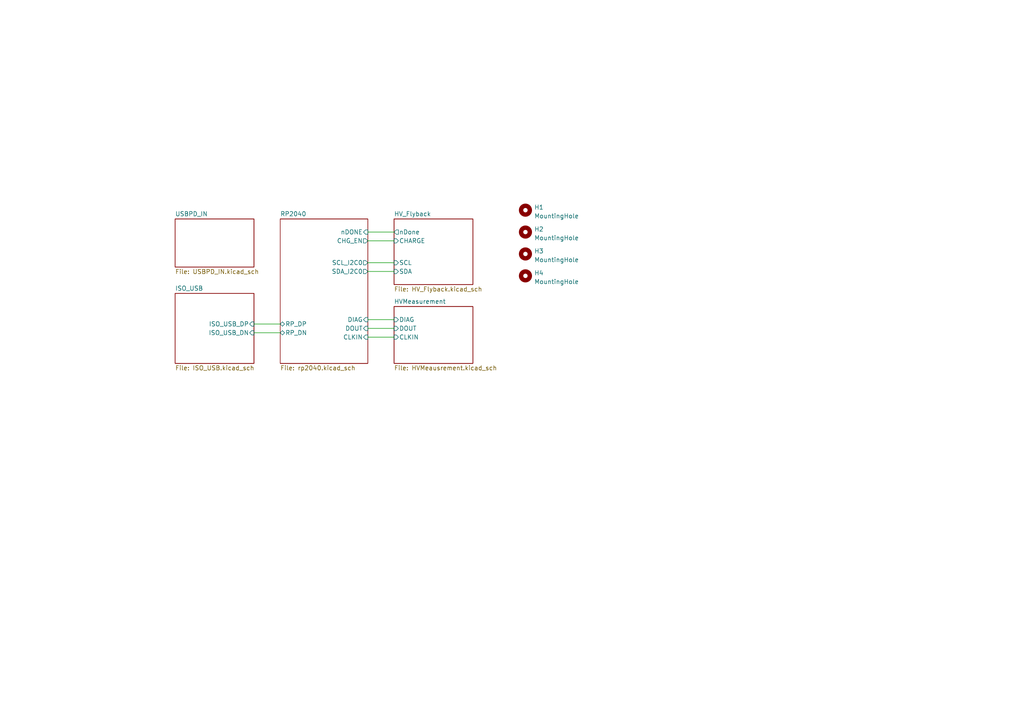
<source format=kicad_sch>
(kicad_sch (version 20211123) (generator eeschema)
  (paper "A4")
  (lib_symbols
    (symbol "Mechanical:MountingHole" (pin_names (offset 1.016))
      (property "Reference" "H" (at 0 5.08 0))
      (property "Value" "MountingHole" (at 0 3.175 0))
      (symbol "MountingHole_0_1"
        (circle (center 0 0) (radius 1.27) (stroke (width 1.27)))
      )
    )
  )
  (wire (pts (xy 73.66 96.52) (xy 81.28 96.52)))
  (wire (pts (xy 106.68 69.85) (xy 114.3 69.85)))
  (wire (pts (xy 106.68 97.79) (xy 114.3 97.79)))
  (wire (pts (xy 106.68 67.31) (xy 114.3 67.31)))
  (wire (pts (xy 106.68 95.25) (xy 114.3 95.25)))
  (wire (pts (xy 106.68 92.71) (xy 114.3 92.71)))
  (wire (pts (xy 106.68 76.2) (xy 114.3 76.2)))
  (wire (pts (xy 73.66 93.98) (xy 81.28 93.98)))
  (wire (pts (xy 106.68 78.74) (xy 114.3 78.74)))
  (symbol (lib_id "Mechanical:MountingHole") (at 152.4 67.31 0) (unit 1)
    (property "Reference" "H2" (at 154.94 66.4753 0) (effects (justify left)))
    (property "Value" "MountingHole" (at 154.94 69.0122 0) (effects (justify left)))
    (property "Footprint" "MountingHole:MountingHole_3.2mm_M3" (effects hide))
  )
  (symbol (lib_id "Mechanical:MountingHole") (at 152.4 80.01 0) (unit 1)
    (property "Reference" "H4" (at 154.94 79.1753 0) (effects (justify left)))
    (property "Value" "MountingHole" (at 154.94 81.7122 0) (effects (justify left)))
    (property "Footprint" "MountingHole:MountingHole_3.2mm_M3" (effects hide))
  )
  (symbol (lib_id "Mechanical:MountingHole") (at 152.4 73.66 0) (unit 1)
    (property "Reference" "H3" (at 154.94 72.8253 0) (effects (justify left)))
    (property "Value" "MountingHole" (at 154.94 75.3622 0) (effects (justify left)))
    (property "Footprint" "MountingHole:MountingHole_3.2mm_M3" (effects hide))
  )
  (symbol (lib_id "Mechanical:MountingHole") (at 152.4 60.96 0) (unit 1)
    (property "Reference" "H1" (at 154.94 60.1253 0) (effects (justify left)))
    (property "Value" "MountingHole" (at 154.94 62.6622 0) (effects (justify left)))
    (property "Footprint" "MountingHole:MountingHole_3.2mm_M3" (effects hide))
  )
  (sheet (at 50.8 63.5) (size 22.86 13.97) (stroke (width 0.1524))
    (property "Sheet name" "USBPD_IN" (at 50.8 62.7884 0) (effects (justify left bottom)))
    (property "Sheet file" "USBPD_IN.kicad_sch" (at 50.8 78.0546 0) (effects (justify left top)))
  )
  (sheet (at 114.3 63.5) (size 22.86 19.05) (stroke (width 0.1524))
    (property "Sheet name" "HV_Flyback" (at 114.3 62.7884 0) (effects (justify left bottom)))
    (property "Sheet file" "HV_Flyback.kicad_sch" (at 114.3 83.1346 0) (effects (justify left top)))
    (pin "CHARGE" input (at 114.3 69.85 180))
    (pin "SCL" input (at 114.3 76.2 180))
    (pin "SDA" input (at 114.3 78.74 180))
    (pin "nDone" output (at 114.3 67.31 180))
  )
  (sheet (at 114.3 88.9) (size 22.86 16.51) (stroke (width 0.1524))
    (property "Sheet name" "HVMeasurement" (at 114.3 88.1884 0) (effects (justify left bottom)))
    (property "Sheet file" "HVMeausrement.kicad_sch" (at 114.3 105.9946 0) (effects (justify left top)))
    (pin "DIAG" input (at 114.3 92.71 180))
    (pin "DOUT" input (at 114.3 95.25 180))
    (pin "CLKIN" input (at 114.3 97.79 180))
  )
  (sheet (at 81.28 63.5) (size 25.4 41.91) (stroke (width 0.1524))
    (property "Sheet name" "RP2040" (at 81.28 62.7884 0) (effects (justify left bottom)))
    (property "Sheet file" "rp2040.kicad_sch" (at 81.28 105.9946 0) (effects (justify left top)))
    (pin "nDONE" input (at 106.68 67.31 0))
    (pin "CHG_EN" output (at 106.68 69.85 0))
    (pin "SDA_I2C0" output (at 106.68 78.74 0))
    (pin "SCL_I2C0" output (at 106.68 76.2 0))
    (pin "RP_DN" bidirectional (at 81.28 96.52 180))
    (pin "RP_DP" bidirectional (at 81.28 93.98 180))
    (pin "DIAG" input (at 106.68 92.71 0))
    (pin "CLKIN" input (at 106.68 97.79 0))
    (pin "DOUT" input (at 106.68 95.25 0))
  )
  (sheet (at 50.8 85.09) (size 22.86 20.32) (stroke (width 0.1524))
    (property "Sheet name" "ISO_USB" (at 50.8 84.3784 0) (effects (justify left bottom)))
    (property "Sheet file" "ISO_USB.kicad_sch" (at 50.8 105.9946 0) (effects (justify left top)))
    (pin "ISO_USB_DP" input (at 73.66 93.98 0))
    (pin "ISO_USB_DN" input (at 73.66 96.52 0))
  )
)
</source>
